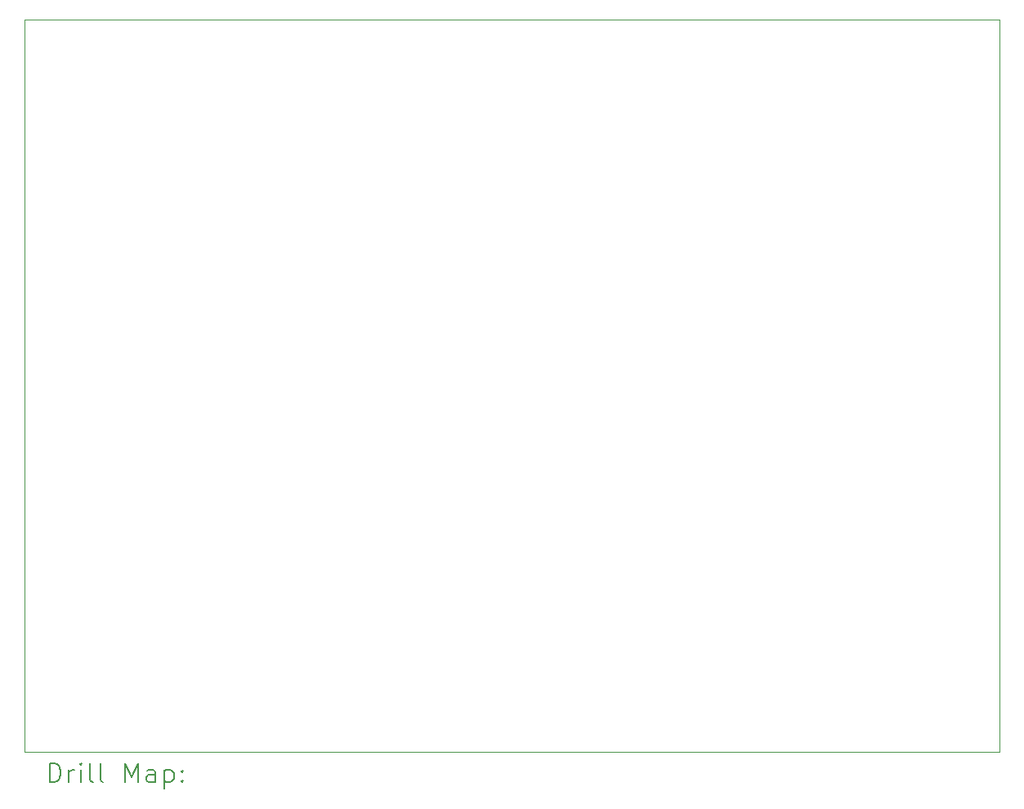
<source format=gbr>
%TF.GenerationSoftware,KiCad,Pcbnew,8.0.1*%
%TF.CreationDate,2024-04-13T21:46:59+05:30*%
%TF.ProjectId,piso,7069736f-2e6b-4696-9361-645f70636258,rev?*%
%TF.SameCoordinates,Original*%
%TF.FileFunction,Drillmap*%
%TF.FilePolarity,Positive*%
%FSLAX45Y45*%
G04 Gerber Fmt 4.5, Leading zero omitted, Abs format (unit mm)*
G04 Created by KiCad (PCBNEW 8.0.1) date 2024-04-13 21:46:59*
%MOMM*%
%LPD*%
G01*
G04 APERTURE LIST*
%ADD10C,0.050000*%
%ADD11C,0.200000*%
G04 APERTURE END LIST*
D10*
X9250000Y-8850000D02*
X19350000Y-8850000D01*
X19350000Y-16450000D01*
X9250000Y-16450000D01*
X9250000Y-8850000D01*
D11*
X9508277Y-16763984D02*
X9508277Y-16563984D01*
X9508277Y-16563984D02*
X9555896Y-16563984D01*
X9555896Y-16563984D02*
X9584467Y-16573508D01*
X9584467Y-16573508D02*
X9603515Y-16592555D01*
X9603515Y-16592555D02*
X9613039Y-16611603D01*
X9613039Y-16611603D02*
X9622563Y-16649698D01*
X9622563Y-16649698D02*
X9622563Y-16678269D01*
X9622563Y-16678269D02*
X9613039Y-16716365D01*
X9613039Y-16716365D02*
X9603515Y-16735412D01*
X9603515Y-16735412D02*
X9584467Y-16754460D01*
X9584467Y-16754460D02*
X9555896Y-16763984D01*
X9555896Y-16763984D02*
X9508277Y-16763984D01*
X9708277Y-16763984D02*
X9708277Y-16630650D01*
X9708277Y-16668746D02*
X9717801Y-16649698D01*
X9717801Y-16649698D02*
X9727324Y-16640174D01*
X9727324Y-16640174D02*
X9746372Y-16630650D01*
X9746372Y-16630650D02*
X9765420Y-16630650D01*
X9832086Y-16763984D02*
X9832086Y-16630650D01*
X9832086Y-16563984D02*
X9822563Y-16573508D01*
X9822563Y-16573508D02*
X9832086Y-16583031D01*
X9832086Y-16583031D02*
X9841610Y-16573508D01*
X9841610Y-16573508D02*
X9832086Y-16563984D01*
X9832086Y-16563984D02*
X9832086Y-16583031D01*
X9955896Y-16763984D02*
X9936848Y-16754460D01*
X9936848Y-16754460D02*
X9927324Y-16735412D01*
X9927324Y-16735412D02*
X9927324Y-16563984D01*
X10060658Y-16763984D02*
X10041610Y-16754460D01*
X10041610Y-16754460D02*
X10032086Y-16735412D01*
X10032086Y-16735412D02*
X10032086Y-16563984D01*
X10289229Y-16763984D02*
X10289229Y-16563984D01*
X10289229Y-16563984D02*
X10355896Y-16706841D01*
X10355896Y-16706841D02*
X10422563Y-16563984D01*
X10422563Y-16563984D02*
X10422563Y-16763984D01*
X10603515Y-16763984D02*
X10603515Y-16659222D01*
X10603515Y-16659222D02*
X10593991Y-16640174D01*
X10593991Y-16640174D02*
X10574944Y-16630650D01*
X10574944Y-16630650D02*
X10536848Y-16630650D01*
X10536848Y-16630650D02*
X10517801Y-16640174D01*
X10603515Y-16754460D02*
X10584467Y-16763984D01*
X10584467Y-16763984D02*
X10536848Y-16763984D01*
X10536848Y-16763984D02*
X10517801Y-16754460D01*
X10517801Y-16754460D02*
X10508277Y-16735412D01*
X10508277Y-16735412D02*
X10508277Y-16716365D01*
X10508277Y-16716365D02*
X10517801Y-16697317D01*
X10517801Y-16697317D02*
X10536848Y-16687793D01*
X10536848Y-16687793D02*
X10584467Y-16687793D01*
X10584467Y-16687793D02*
X10603515Y-16678269D01*
X10698753Y-16630650D02*
X10698753Y-16830650D01*
X10698753Y-16640174D02*
X10717801Y-16630650D01*
X10717801Y-16630650D02*
X10755896Y-16630650D01*
X10755896Y-16630650D02*
X10774944Y-16640174D01*
X10774944Y-16640174D02*
X10784467Y-16649698D01*
X10784467Y-16649698D02*
X10793991Y-16668746D01*
X10793991Y-16668746D02*
X10793991Y-16725888D01*
X10793991Y-16725888D02*
X10784467Y-16744936D01*
X10784467Y-16744936D02*
X10774944Y-16754460D01*
X10774944Y-16754460D02*
X10755896Y-16763984D01*
X10755896Y-16763984D02*
X10717801Y-16763984D01*
X10717801Y-16763984D02*
X10698753Y-16754460D01*
X10879705Y-16744936D02*
X10889229Y-16754460D01*
X10889229Y-16754460D02*
X10879705Y-16763984D01*
X10879705Y-16763984D02*
X10870182Y-16754460D01*
X10870182Y-16754460D02*
X10879705Y-16744936D01*
X10879705Y-16744936D02*
X10879705Y-16763984D01*
X10879705Y-16640174D02*
X10889229Y-16649698D01*
X10889229Y-16649698D02*
X10879705Y-16659222D01*
X10879705Y-16659222D02*
X10870182Y-16649698D01*
X10870182Y-16649698D02*
X10879705Y-16640174D01*
X10879705Y-16640174D02*
X10879705Y-16659222D01*
M02*

</source>
